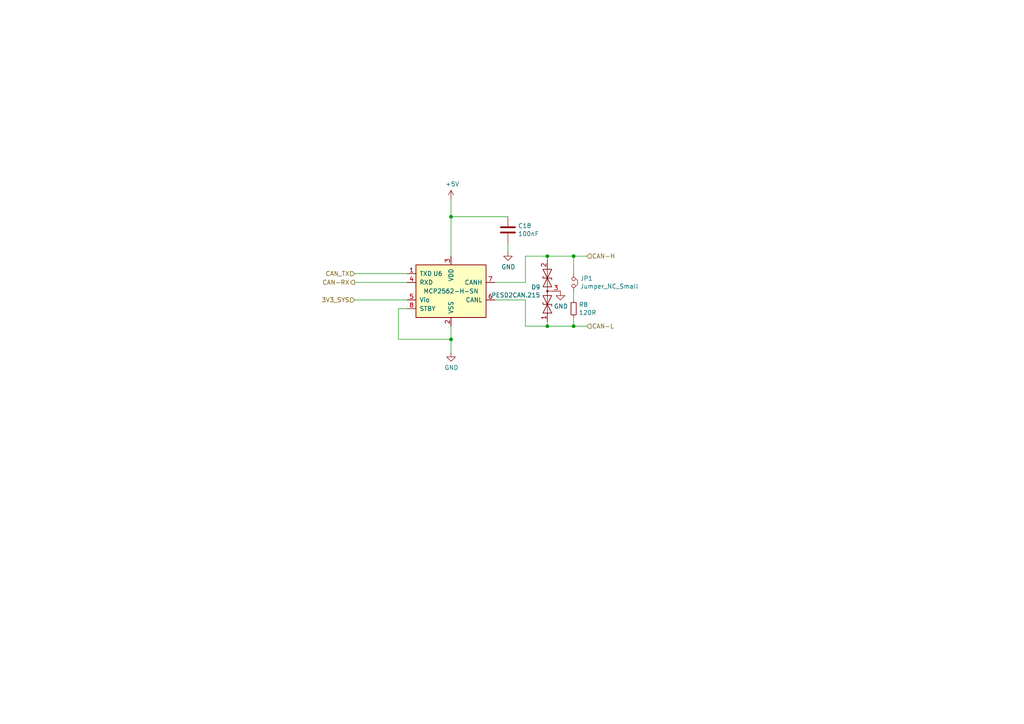
<source format=kicad_sch>
(kicad_sch (version 20211123) (generator eeschema)
  (paper "A4")
  (lib_symbols
    (symbol "Device:C" (pin_numbers hide) (pin_names (offset 0.254))
      (property "Reference" "C" (at 0.635 2.54 0))
      (property "Value" "C" (at 0.635 -2.54 0))
      (symbol "C_0_1"
        (polyline (pts (xy -2.032 -0.762) (xy 2.032 -0.762)) (stroke (width 0.508)))
        (polyline (pts (xy -2.032 0.762) (xy 2.032 0.762)) (stroke (width 0.508)))
      )
      (symbol "C_1_1"
        (pin passive line (at 0 3.81 270) (length 2.794) (name "~") (number "1"))
        (pin passive line (at 0 -3.81 90) (length 2.794) (name "~") (number "2"))
      )
    )
    (symbol "Device:D_TVS_x2_AAC" (pin_names (offset 1.016) hide)
      (property "Reference" "D" (at 0 4.445 0))
      (property "Value" "Device_D_TVS_x2_AAC" (at 0 2.54 0))
      (symbol "D_TVS_x2_AAC_0_0"
        (polyline (pts (xy 0 -1.27) (xy 0 0)))
      )
      (symbol "D_TVS_x2_AAC_0_1"
        (polyline (pts (xy -6.35 0) (xy 6.35 0)))
        (polyline (pts (xy -3.302 1.27) (xy -3.81 1.27) (xy -3.81 -1.27) (xy -4.318 -1.27)) (stroke (width 0.2032)))
        (polyline (pts (xy 4.318 1.27) (xy 3.81 1.27) (xy 3.81 -1.27) (xy 3.302 -1.27)) (stroke (width 0.2032)))
        (polyline (pts (xy -6.35 -1.27) (xy -1.27 1.27) (xy -1.27 -1.27) (xy -6.35 1.27) (xy -6.35 -1.27)) (stroke (width 0.2032)))
        (polyline (pts (xy 1.27 -1.27) (xy 1.27 1.27) (xy 6.35 -1.27) (xy 6.35 1.27) (xy 1.27 -1.27)) (stroke (width 0.2032)))
        (circle (center 0 0) (radius 0.254) (fill (type outline)))
      )
      (symbol "D_TVS_x2_AAC_1_1"
        (pin passive line (at -8.89 0 0) (length 2.54) (name "A1") (number "1"))
        (pin passive line (at 8.89 0 180) (length 2.54) (name "A2") (number "2"))
        (pin input line (at 0 -3.81 90) (length 2.54) (name "common") (number "3"))
      )
    )
    (symbol "Device:Jumper_NC_Small" (pin_numbers hide) (pin_names (offset 0.762) hide)
      (property "Reference" "JP" (at 0 2.032 0))
      (property "Value" "Device_Jumper_NC_Small" (at 0.254 -1.524 0))
      (symbol "Jumper_NC_Small_0_1"
        (circle (center -1.016 0) (radius 0.508))
        (circle (center 1.016 0) (radius 0.508))
        (arc (start 1.016 0.762) (mid 0 1.1828) (end -1.016 0.762))
        (pin passive line (at -2.54 0 0) (length 1.016) (name "1") (number "1"))
        (pin passive line (at 2.54 0 180) (length 1.016) (name "2") (number "2"))
      )
    )
    (symbol "Device:R_Small" (pin_numbers hide) (pin_names (offset 0.254) hide)
      (property "Reference" "R" (at 0.762 0.508 0))
      (property "Value" "R_Small" (at 0.762 -1.016 0))
      (symbol "R_Small_0_1"
        (rectangle (start -0.762 1.778) (end 0.762 -1.778) (stroke (width 0.2032)))
      )
      (symbol "R_Small_1_1"
        (pin passive line (at 0 2.54 270) (length 0.762) (name "~") (number "1"))
        (pin passive line (at 0 -2.54 90) (length 0.762) (name "~") (number "2"))
      )
    )
    (symbol "Interface_CAN_LIN:MCP2562-H-SN" (pin_names (offset 1.016))
      (property "Reference" "U" (at -10.16 8.89 0))
      (property "Value" "MCP2562-H-SN" (at 2.54 8.89 0))
      (symbol "MCP2562-H-SN_0_1"
        (rectangle (start -10.16 7.62) (end 10.16 -7.62) (stroke (width 0.254)) (fill (type background)))
      )
      (symbol "MCP2562-H-SN_1_1"
        (pin input line (at -12.7 5.08 0) (length 2.54) (name "TXD") (number "1"))
        (pin power_in line (at 0 -10.16 90) (length 2.54) (name "VSS") (number "2"))
        (pin power_in line (at 0 10.16 270) (length 2.54) (name "VDD") (number "3"))
        (pin output line (at -12.7 2.54 0) (length 2.54) (name "RXD") (number "4"))
        (pin power_in line (at -12.7 -2.54 0) (length 2.54) (name "Vio") (number "5"))
        (pin bidirectional line (at 12.7 -2.54 180) (length 2.54) (name "CANL") (number "6"))
        (pin bidirectional line (at 12.7 2.54 180) (length 2.54) (name "CANH") (number "7"))
        (pin input line (at -12.7 -5.08 0) (length 2.54) (name "STBY") (number "8"))
      )
    )
    (symbol "power:+5V" (power) (pin_names (offset 0))
      (property "Value" "+5V" (at 0 3.556 0))
      (symbol "+5V_0_1"
        (polyline (pts (xy -0.762 1.27) (xy 0 2.54)))
        (polyline (pts (xy 0 0) (xy 0 2.54)))
        (polyline (pts (xy 0 2.54) (xy 0.762 1.27)))
      )
      (symbol "+5V_1_1"
        (pin power_in line (at 0 0 90) (length 0) hide (name "+5V") (number "1"))
      )
    )
    (symbol "power:GND" (power) (pin_names (offset 0))
      (property "Value" "GND" (at 0 -3.81 0))
      (symbol "GND_0_1"
        (polyline (pts (xy 0 0) (xy 0 -1.27) (xy 1.27 -1.27) (xy 0 -2.54) (xy -1.27 -1.27) (xy 0 -1.27)))
      )
      (symbol "GND_1_1"
        (pin power_in line (at 0 0 270) (length 0) hide (name "GND") (number "1"))
      )
    )
  )
  (junction (at 130.81 98.425))
  (junction (at 158.75 94.615))
  (junction (at 166.37 94.615))
  (junction (at 130.81 62.865))
  (junction (at 158.75 74.295))
  (junction (at 166.37 74.295))
  (wire (pts (xy 152.4 81.915) (xy 143.51 81.915)))
  (wire (pts (xy 102.87 81.915) (xy 118.11 81.915)))
  (wire (pts (xy 166.37 94.615) (xy 166.37 92.075)))
  (wire (pts (xy 130.81 98.425) (xy 130.81 102.235)))
  (wire (pts (xy 158.75 74.295) (xy 158.75 75.565)))
  (wire (pts (xy 147.32 70.485) (xy 147.32 73.025)))
  (wire (pts (xy 115.57 98.425) (xy 130.81 98.425)))
  (wire (pts (xy 130.81 94.615) (xy 130.81 98.425)))
  (wire (pts (xy 152.4 94.615) (xy 152.4 86.995)))
  (wire (pts (xy 147.32 62.865) (xy 130.81 62.865)))
  (wire (pts (xy 158.75 74.295) (xy 152.4 74.295)))
  (wire (pts (xy 130.81 74.295) (xy 130.81 62.865)))
  (wire (pts (xy 158.75 94.615) (xy 166.37 94.615)))
  (wire (pts (xy 152.4 86.995) (xy 143.51 86.995)))
  (wire (pts (xy 158.75 74.295) (xy 166.37 74.295)))
  (wire (pts (xy 102.87 86.995) (xy 118.11 86.995)))
  (wire (pts (xy 166.37 79.375) (xy 166.37 74.295)))
  (wire (pts (xy 118.11 89.535) (xy 115.57 89.535)))
  (wire (pts (xy 115.57 89.535) (xy 115.57 98.425)))
  (wire (pts (xy 166.37 74.295) (xy 170.18 74.295)))
  (wire (pts (xy 130.81 62.865) (xy 130.81 57.785)))
  (wire (pts (xy 166.37 94.615) (xy 170.18 94.615)))
  (wire (pts (xy 158.75 94.615) (xy 152.4 94.615)))
  (wire (pts (xy 152.4 74.295) (xy 152.4 81.915)))
  (wire (pts (xy 166.37 86.995) (xy 166.37 84.455)))
  (wire (pts (xy 102.87 79.375) (xy 118.11 79.375)))
  (wire (pts (xy 158.75 93.345) (xy 158.75 94.615)))
  (hierarchical_label "CAN-H" (shape input) (at 170.18 74.295 0))
  (hierarchical_label "CAN_TX" (shape input) (at 102.87 79.375 180))
  (hierarchical_label "3V3_SYS" (shape input) (at 102.87 86.995 180))
  (hierarchical_label "CAN-RX" (shape output) (at 102.87 81.915 180))
  (hierarchical_label "CAN-L" (shape input) (at 170.18 94.615 0))
  (symbol (lib_id "Interface_CAN_LIN:MCP2562-H-SN") (at 130.81 84.455 0) (unit 1)
    (property "Reference" "U6" (at 127 79.375 0))
    (property "Value" "MCP2562-H-SN" (at 130.81 84.455 0))
    (property "Footprint" "Package_SO:SOIC-8_3.9x4.9mm_P1.27mm" (effects hide))
    (property "Datasheet" "http://ww1.microchip.com/downloads/en/DeviceDoc/25167A.pdf" (effects hide))
  )
  (symbol (lib_id "power:GND") (at 147.32 73.025 0) (unit 1)
    (property "Reference" "#PWR020" (effects hide))
    (property "Value" "GND" (at 147.447 77.4192 0))
  )
  (symbol (lib_id "power:GND") (at 130.81 102.235 0) (unit 1)
    (property "Reference" "#PWR022" (effects hide))
    (property "Value" "GND" (at 130.937 106.6292 0))
  )
  (symbol (lib_id "power:+5V") (at 130.81 57.785 0) (unit 1)
    (property "Reference" "#PWR019" (effects hide))
    (property "Value" "+5V" (at 131.191 53.3908 0))
  )
  (symbol (lib_id "Device:C") (at 147.32 66.675 0) (unit 1)
    (property "Reference" "C18" (at 150.241 65.5066 0) (effects (justify left)))
    (property "Value" "100nF" (at 150.241 67.818 0) (effects (justify left)))
    (property "Footprint" "Capacitor_SMD:C_0603_1608Metric_Pad1.08x0.95mm_HandSolder" (effects hide))
  )
  (symbol (lib_id "Device:R_Small") (at 166.37 89.535 0) (unit 1)
    (property "Reference" "R8" (at 167.8686 88.3666 0) (effects (justify left)))
    (property "Value" "120R" (at 167.8686 90.678 0) (effects (justify left)))
    (property "Footprint" "Resistor_SMD:R_0603_1608Metric_Pad0.98x0.95mm_HandSolder" (effects hide))
  )
  (symbol (lib_id "Device:D_TVS_x2_AAC") (at 158.75 84.455 90) (unit 1)
    (property "Reference" "D9" (at 156.7434 83.2866 90) (effects (justify left)))
    (property "Value" "PESD2CAN.215" (at 156.7434 85.598 90) (effects (justify left)))
    (property "Footprint" "Package_TO_SOT_SMD:SOT-23" (effects hide))
  )
  (symbol (lib_id "power:GND") (at 162.56 84.455 0) (unit 1)
    (property "Reference" "#PWR021" (effects hide))
    (property "Value" "GND" (at 162.687 88.8492 0))
  )
  (symbol (lib_id "Device:Jumper_NC_Small") (at 166.37 81.915 270) (unit 1)
    (property "Reference" "JP1" (at 168.2496 80.7466 90) (effects (justify left)))
    (property "Value" "Jumper_NC_Small" (at 168.2496 83.058 90) (effects (justify left)))
    (property "Footprint" "Connector_PinHeader_2.54mm:PinHeader_1x02_P2.54mm_Vertical" (effects hide))
  )
)
</source>
